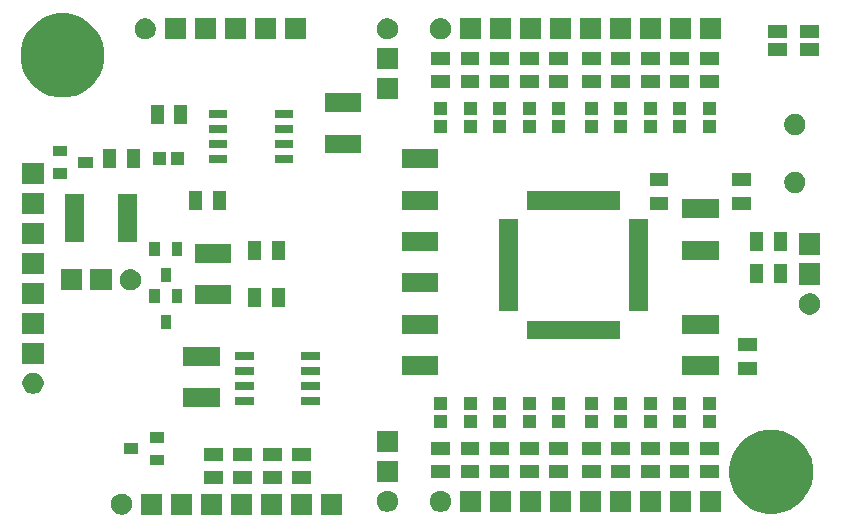
<source format=gbr>
G04 #@! TF.GenerationSoftware,KiCad,Pcbnew,(5.0.0-3-g5ebb6b6)*
G04 #@! TF.CreationDate,2019-02-10T22:36:41+03:00*
G04 #@! TF.ProjectId,mac,6D61632E6B696361645F706362000000,rev?*
G04 #@! TF.SameCoordinates,Original*
G04 #@! TF.FileFunction,Soldermask,Top*
G04 #@! TF.FilePolarity,Negative*
%FSLAX46Y46*%
G04 Gerber Fmt 4.6, Leading zero omitted, Abs format (unit mm)*
G04 Created by KiCad (PCBNEW (5.0.0-3-g5ebb6b6)) date *
%MOMM*%
%LPD*%
G01*
G04 APERTURE LIST*
%ADD10C,0.100000*%
G04 APERTURE END LIST*
D10*
G36*
X106180000Y-101150000D02*
X104380000Y-101150000D01*
X104380000Y-99350000D01*
X106180000Y-99350000D01*
X106180000Y-101150000D01*
X106180000Y-101150000D01*
G37*
G36*
X103640000Y-101150000D02*
X101840000Y-101150000D01*
X101840000Y-99350000D01*
X103640000Y-99350000D01*
X103640000Y-101150000D01*
X103640000Y-101150000D01*
G37*
G36*
X101100000Y-101150000D02*
X99300000Y-101150000D01*
X99300000Y-99350000D01*
X101100000Y-99350000D01*
X101100000Y-101150000D01*
X101100000Y-101150000D01*
G37*
G36*
X98560000Y-101150000D02*
X96760000Y-101150000D01*
X96760000Y-99350000D01*
X98560000Y-99350000D01*
X98560000Y-101150000D01*
X98560000Y-101150000D01*
G37*
G36*
X96020000Y-101150000D02*
X94220000Y-101150000D01*
X94220000Y-99350000D01*
X96020000Y-99350000D01*
X96020000Y-101150000D01*
X96020000Y-101150000D01*
G37*
G36*
X93480000Y-101150000D02*
X91680000Y-101150000D01*
X91680000Y-99350000D01*
X93480000Y-99350000D01*
X93480000Y-101150000D01*
X93480000Y-101150000D01*
G37*
G36*
X90940000Y-101150000D02*
X89140000Y-101150000D01*
X89140000Y-99350000D01*
X90940000Y-99350000D01*
X90940000Y-101150000D01*
X90940000Y-101150000D01*
G37*
G36*
X87762520Y-99384586D02*
X87762522Y-99384587D01*
X87762523Y-99384587D01*
X87926310Y-99452430D01*
X88073717Y-99550924D01*
X88199076Y-99676283D01*
X88297570Y-99823690D01*
X88365414Y-99987480D01*
X88385536Y-100088642D01*
X88400000Y-100161360D01*
X88400000Y-100338640D01*
X88365413Y-100512523D01*
X88310138Y-100645969D01*
X88297570Y-100676310D01*
X88199076Y-100823717D01*
X88073717Y-100949076D01*
X87926310Y-101047570D01*
X87762523Y-101115413D01*
X87762522Y-101115413D01*
X87762520Y-101115414D01*
X87588642Y-101150000D01*
X87411358Y-101150000D01*
X87237480Y-101115414D01*
X87237478Y-101115413D01*
X87237477Y-101115413D01*
X87073690Y-101047570D01*
X86926283Y-100949076D01*
X86800924Y-100823717D01*
X86702430Y-100676310D01*
X86689862Y-100645969D01*
X86634587Y-100512523D01*
X86600000Y-100338640D01*
X86600000Y-100161360D01*
X86614464Y-100088642D01*
X86634586Y-99987480D01*
X86702430Y-99823690D01*
X86800924Y-99676283D01*
X86926283Y-99550924D01*
X87073690Y-99452430D01*
X87237477Y-99384587D01*
X87237478Y-99384587D01*
X87237480Y-99384586D01*
X87411358Y-99350000D01*
X87588642Y-99350000D01*
X87762520Y-99384586D01*
X87762520Y-99384586D01*
G37*
G36*
X143535497Y-94086424D02*
X143535499Y-94086425D01*
X143535500Y-94086425D01*
X143688983Y-94150000D01*
X144181556Y-94354031D01*
X144762993Y-94742535D01*
X145257465Y-95237007D01*
X145645969Y-95818444D01*
X145913576Y-96464503D01*
X146050000Y-97150356D01*
X146050000Y-97849644D01*
X145913576Y-98535497D01*
X145645969Y-99181556D01*
X145399166Y-99550923D01*
X145257466Y-99762992D01*
X144762992Y-100257466D01*
X144641506Y-100338640D01*
X144181556Y-100645969D01*
X144053342Y-100699077D01*
X143535500Y-100913575D01*
X143535499Y-100913575D01*
X143535497Y-100913576D01*
X142849644Y-101050000D01*
X142150356Y-101050000D01*
X141464503Y-100913576D01*
X141464501Y-100913575D01*
X141464500Y-100913575D01*
X140946658Y-100699077D01*
X140818444Y-100645969D01*
X140358494Y-100338640D01*
X140237008Y-100257466D01*
X139742534Y-99762992D01*
X139600834Y-99550923D01*
X139354031Y-99181556D01*
X139086424Y-98535497D01*
X138950000Y-97849644D01*
X138950000Y-97150356D01*
X139086424Y-96464503D01*
X139354031Y-95818444D01*
X139742535Y-95237007D01*
X140237007Y-94742535D01*
X140818444Y-94354031D01*
X141311017Y-94150000D01*
X141464500Y-94086425D01*
X141464501Y-94086425D01*
X141464503Y-94086424D01*
X142150356Y-93950000D01*
X142849644Y-93950000D01*
X143535497Y-94086424D01*
X143535497Y-94086424D01*
G37*
G36*
X114762520Y-99134586D02*
X114762522Y-99134587D01*
X114762523Y-99134587D01*
X114875913Y-99181555D01*
X114926310Y-99202430D01*
X115073717Y-99300924D01*
X115199076Y-99426283D01*
X115199077Y-99426285D01*
X115297570Y-99573690D01*
X115340066Y-99676283D01*
X115365414Y-99737480D01*
X115400000Y-99911358D01*
X115400000Y-100088642D01*
X115365414Y-100262520D01*
X115297570Y-100426310D01*
X115199076Y-100573717D01*
X115073717Y-100699076D01*
X114926310Y-100797570D01*
X114762523Y-100865413D01*
X114762522Y-100865413D01*
X114762520Y-100865414D01*
X114588642Y-100900000D01*
X114411358Y-100900000D01*
X114237480Y-100865414D01*
X114237478Y-100865413D01*
X114237477Y-100865413D01*
X114073690Y-100797570D01*
X113926283Y-100699076D01*
X113800924Y-100573717D01*
X113702430Y-100426310D01*
X113634586Y-100262520D01*
X113600000Y-100088642D01*
X113600000Y-99911358D01*
X113634586Y-99737480D01*
X113659935Y-99676283D01*
X113702430Y-99573690D01*
X113800923Y-99426285D01*
X113800924Y-99426283D01*
X113926283Y-99300924D01*
X114073690Y-99202430D01*
X114124087Y-99181555D01*
X114237477Y-99134587D01*
X114237478Y-99134587D01*
X114237480Y-99134586D01*
X114411358Y-99100000D01*
X114588642Y-99100000D01*
X114762520Y-99134586D01*
X114762520Y-99134586D01*
G37*
G36*
X110262520Y-99134586D02*
X110262522Y-99134587D01*
X110262523Y-99134587D01*
X110375913Y-99181555D01*
X110426310Y-99202430D01*
X110573717Y-99300924D01*
X110699076Y-99426283D01*
X110699077Y-99426285D01*
X110797570Y-99573690D01*
X110840066Y-99676283D01*
X110865414Y-99737480D01*
X110900000Y-99911358D01*
X110900000Y-100088642D01*
X110865414Y-100262520D01*
X110797570Y-100426310D01*
X110699076Y-100573717D01*
X110573717Y-100699076D01*
X110426310Y-100797570D01*
X110262523Y-100865413D01*
X110262522Y-100865413D01*
X110262520Y-100865414D01*
X110088642Y-100900000D01*
X109911358Y-100900000D01*
X109737480Y-100865414D01*
X109737478Y-100865413D01*
X109737477Y-100865413D01*
X109573690Y-100797570D01*
X109426283Y-100699076D01*
X109300924Y-100573717D01*
X109202430Y-100426310D01*
X109134586Y-100262520D01*
X109100000Y-100088642D01*
X109100000Y-99911358D01*
X109134586Y-99737480D01*
X109159935Y-99676283D01*
X109202430Y-99573690D01*
X109300923Y-99426285D01*
X109300924Y-99426283D01*
X109426283Y-99300924D01*
X109573690Y-99202430D01*
X109624087Y-99181555D01*
X109737477Y-99134587D01*
X109737478Y-99134587D01*
X109737480Y-99134586D01*
X109911358Y-99100000D01*
X110088642Y-99100000D01*
X110262520Y-99134586D01*
X110262520Y-99134586D01*
G37*
G36*
X120480000Y-100900000D02*
X118680000Y-100900000D01*
X118680000Y-99100000D01*
X120480000Y-99100000D01*
X120480000Y-100900000D01*
X120480000Y-100900000D01*
G37*
G36*
X123020000Y-100900000D02*
X121220000Y-100900000D01*
X121220000Y-99100000D01*
X123020000Y-99100000D01*
X123020000Y-100900000D01*
X123020000Y-100900000D01*
G37*
G36*
X138260000Y-100900000D02*
X136460000Y-100900000D01*
X136460000Y-99100000D01*
X138260000Y-99100000D01*
X138260000Y-100900000D01*
X138260000Y-100900000D01*
G37*
G36*
X135720000Y-100900000D02*
X133920000Y-100900000D01*
X133920000Y-99100000D01*
X135720000Y-99100000D01*
X135720000Y-100900000D01*
X135720000Y-100900000D01*
G37*
G36*
X133180000Y-100900000D02*
X131380000Y-100900000D01*
X131380000Y-99100000D01*
X133180000Y-99100000D01*
X133180000Y-100900000D01*
X133180000Y-100900000D01*
G37*
G36*
X130640000Y-100900000D02*
X128840000Y-100900000D01*
X128840000Y-99100000D01*
X130640000Y-99100000D01*
X130640000Y-100900000D01*
X130640000Y-100900000D01*
G37*
G36*
X128100000Y-100900000D02*
X126300000Y-100900000D01*
X126300000Y-99100000D01*
X128100000Y-99100000D01*
X128100000Y-100900000D01*
X128100000Y-100900000D01*
G37*
G36*
X125560000Y-100900000D02*
X123760000Y-100900000D01*
X123760000Y-99100000D01*
X125560000Y-99100000D01*
X125560000Y-100900000D01*
X125560000Y-100900000D01*
G37*
G36*
X117940000Y-100900000D02*
X116140000Y-100900000D01*
X116140000Y-99100000D01*
X117940000Y-99100000D01*
X117940000Y-100900000D01*
X117940000Y-100900000D01*
G37*
G36*
X103550000Y-98550000D02*
X101950000Y-98550000D01*
X101950000Y-97450000D01*
X103550000Y-97450000D01*
X103550000Y-98550000D01*
X103550000Y-98550000D01*
G37*
G36*
X101050000Y-98550000D02*
X99450000Y-98550000D01*
X99450000Y-97450000D01*
X101050000Y-97450000D01*
X101050000Y-98550000D01*
X101050000Y-98550000D01*
G37*
G36*
X96050000Y-98550000D02*
X94450000Y-98550000D01*
X94450000Y-97450000D01*
X96050000Y-97450000D01*
X96050000Y-98550000D01*
X96050000Y-98550000D01*
G37*
G36*
X98550000Y-98550000D02*
X96950000Y-98550000D01*
X96950000Y-97450000D01*
X98550000Y-97450000D01*
X98550000Y-98550000D01*
X98550000Y-98550000D01*
G37*
G36*
X110900000Y-98360000D02*
X109100000Y-98360000D01*
X109100000Y-96560000D01*
X110900000Y-96560000D01*
X110900000Y-98360000D01*
X110900000Y-98360000D01*
G37*
G36*
X133050000Y-98050000D02*
X131450000Y-98050000D01*
X131450000Y-96950000D01*
X133050000Y-96950000D01*
X133050000Y-98050000D01*
X133050000Y-98050000D01*
G37*
G36*
X135550000Y-98050000D02*
X133950000Y-98050000D01*
X133950000Y-96950000D01*
X135550000Y-96950000D01*
X135550000Y-98050000D01*
X135550000Y-98050000D01*
G37*
G36*
X138050000Y-98050000D02*
X136450000Y-98050000D01*
X136450000Y-96950000D01*
X138050000Y-96950000D01*
X138050000Y-98050000D01*
X138050000Y-98050000D01*
G37*
G36*
X130550000Y-98050000D02*
X128950000Y-98050000D01*
X128950000Y-96950000D01*
X130550000Y-96950000D01*
X130550000Y-98050000D01*
X130550000Y-98050000D01*
G37*
G36*
X128050000Y-98050000D02*
X126450000Y-98050000D01*
X126450000Y-96950000D01*
X128050000Y-96950000D01*
X128050000Y-98050000D01*
X128050000Y-98050000D01*
G37*
G36*
X125300000Y-98050000D02*
X123700000Y-98050000D01*
X123700000Y-96950000D01*
X125300000Y-96950000D01*
X125300000Y-98050000D01*
X125300000Y-98050000D01*
G37*
G36*
X122800000Y-98050000D02*
X121200000Y-98050000D01*
X121200000Y-96950000D01*
X122800000Y-96950000D01*
X122800000Y-98050000D01*
X122800000Y-98050000D01*
G37*
G36*
X115300000Y-98050000D02*
X113700000Y-98050000D01*
X113700000Y-96950000D01*
X115300000Y-96950000D01*
X115300000Y-98050000D01*
X115300000Y-98050000D01*
G37*
G36*
X120300000Y-98050000D02*
X118700000Y-98050000D01*
X118700000Y-96950000D01*
X120300000Y-96950000D01*
X120300000Y-98050000D01*
X120300000Y-98050000D01*
G37*
G36*
X117800000Y-98049998D02*
X116200000Y-98049998D01*
X116200000Y-96949998D01*
X117800000Y-96949998D01*
X117800000Y-98049998D01*
X117800000Y-98049998D01*
G37*
G36*
X91100000Y-96950000D02*
X89900000Y-96950000D01*
X89900000Y-96050000D01*
X91100000Y-96050000D01*
X91100000Y-96950000D01*
X91100000Y-96950000D01*
G37*
G36*
X98550000Y-96550000D02*
X96950000Y-96550000D01*
X96950000Y-95450000D01*
X98550000Y-95450000D01*
X98550000Y-96550000D01*
X98550000Y-96550000D01*
G37*
G36*
X96050000Y-96550000D02*
X94450000Y-96550000D01*
X94450000Y-95450000D01*
X96050000Y-95450000D01*
X96050000Y-96550000D01*
X96050000Y-96550000D01*
G37*
G36*
X101050000Y-96550000D02*
X99450000Y-96550000D01*
X99450000Y-95450000D01*
X101050000Y-95450000D01*
X101050000Y-96550000D01*
X101050000Y-96550000D01*
G37*
G36*
X103550000Y-96550000D02*
X101950000Y-96550000D01*
X101950000Y-95450000D01*
X103550000Y-95450000D01*
X103550000Y-96550000D01*
X103550000Y-96550000D01*
G37*
G36*
X138050000Y-96050000D02*
X136450000Y-96050000D01*
X136450000Y-94950000D01*
X138050000Y-94950000D01*
X138050000Y-96050000D01*
X138050000Y-96050000D01*
G37*
G36*
X115300000Y-96050000D02*
X113700000Y-96050000D01*
X113700000Y-94950000D01*
X115300000Y-94950000D01*
X115300000Y-96050000D01*
X115300000Y-96050000D01*
G37*
G36*
X135550000Y-96050000D02*
X133950000Y-96050000D01*
X133950000Y-94950000D01*
X135550000Y-94950000D01*
X135550000Y-96050000D01*
X135550000Y-96050000D01*
G37*
G36*
X133050000Y-96050000D02*
X131450000Y-96050000D01*
X131450000Y-94950000D01*
X133050000Y-94950000D01*
X133050000Y-96050000D01*
X133050000Y-96050000D01*
G37*
G36*
X130550000Y-96050000D02*
X128950000Y-96050000D01*
X128950000Y-94950000D01*
X130550000Y-94950000D01*
X130550000Y-96050000D01*
X130550000Y-96050000D01*
G37*
G36*
X128050000Y-96050000D02*
X126450000Y-96050000D01*
X126450000Y-94950000D01*
X128050000Y-94950000D01*
X128050000Y-96050000D01*
X128050000Y-96050000D01*
G37*
G36*
X120300000Y-96050000D02*
X118700000Y-96050000D01*
X118700000Y-94950000D01*
X120300000Y-94950000D01*
X120300000Y-96050000D01*
X120300000Y-96050000D01*
G37*
G36*
X125300000Y-96050000D02*
X123700000Y-96050000D01*
X123700000Y-94950000D01*
X125300000Y-94950000D01*
X125300000Y-96050000D01*
X125300000Y-96050000D01*
G37*
G36*
X122800000Y-96050000D02*
X121200000Y-96050000D01*
X121200000Y-94950000D01*
X122800000Y-94950000D01*
X122800000Y-96050000D01*
X122800000Y-96050000D01*
G37*
G36*
X117800000Y-96049998D02*
X116200000Y-96049998D01*
X116200000Y-94949998D01*
X117800000Y-94949998D01*
X117800000Y-96049998D01*
X117800000Y-96049998D01*
G37*
G36*
X88900000Y-96000000D02*
X87700000Y-96000000D01*
X87700000Y-95100000D01*
X88900000Y-95100000D01*
X88900000Y-96000000D01*
X88900000Y-96000000D01*
G37*
G36*
X110900000Y-95820000D02*
X109100000Y-95820000D01*
X109100000Y-94020000D01*
X110900000Y-94020000D01*
X110900000Y-95820000D01*
X110900000Y-95820000D01*
G37*
G36*
X91100000Y-95050000D02*
X89900000Y-95050000D01*
X89900000Y-94150000D01*
X91100000Y-94150000D01*
X91100000Y-95050000D01*
X91100000Y-95050000D01*
G37*
G36*
X117550000Y-93800000D02*
X116450000Y-93800000D01*
X116450000Y-92700000D01*
X117550000Y-92700000D01*
X117550000Y-93800000D01*
X117550000Y-93800000D01*
G37*
G36*
X115050000Y-93800000D02*
X113950000Y-93800000D01*
X113950000Y-92700000D01*
X115050000Y-92700000D01*
X115050000Y-93800000D01*
X115050000Y-93800000D01*
G37*
G36*
X122550000Y-93800000D02*
X121450000Y-93800000D01*
X121450000Y-92700000D01*
X122550000Y-92700000D01*
X122550000Y-93800000D01*
X122550000Y-93800000D01*
G37*
G36*
X137800000Y-93800000D02*
X136700000Y-93800000D01*
X136700000Y-92700000D01*
X137800000Y-92700000D01*
X137800000Y-93800000D01*
X137800000Y-93800000D01*
G37*
G36*
X135300000Y-93800000D02*
X134200000Y-93800000D01*
X134200000Y-92700000D01*
X135300000Y-92700000D01*
X135300000Y-93800000D01*
X135300000Y-93800000D01*
G37*
G36*
X132800000Y-93800000D02*
X131700000Y-93800000D01*
X131700000Y-92700000D01*
X132800000Y-92700000D01*
X132800000Y-93800000D01*
X132800000Y-93800000D01*
G37*
G36*
X130300000Y-93800000D02*
X129200000Y-93800000D01*
X129200000Y-92700000D01*
X130300000Y-92700000D01*
X130300000Y-93800000D01*
X130300000Y-93800000D01*
G37*
G36*
X127800000Y-93800000D02*
X126700000Y-93800000D01*
X126700000Y-92700000D01*
X127800000Y-92700000D01*
X127800000Y-93800000D01*
X127800000Y-93800000D01*
G37*
G36*
X120050000Y-93800000D02*
X118950000Y-93800000D01*
X118950000Y-92700000D01*
X120050000Y-92700000D01*
X120050000Y-93800000D01*
X120050000Y-93800000D01*
G37*
G36*
X125050000Y-93800000D02*
X123950000Y-93800000D01*
X123950000Y-92700000D01*
X125050000Y-92700000D01*
X125050000Y-93800000D01*
X125050000Y-93800000D01*
G37*
G36*
X117550000Y-92300000D02*
X116450000Y-92300000D01*
X116450000Y-91200000D01*
X117550000Y-91200000D01*
X117550000Y-92300000D01*
X117550000Y-92300000D01*
G37*
G36*
X122550000Y-92300000D02*
X121450000Y-92300000D01*
X121450000Y-91200000D01*
X122550000Y-91200000D01*
X122550000Y-92300000D01*
X122550000Y-92300000D01*
G37*
G36*
X125050000Y-92300000D02*
X123950000Y-92300000D01*
X123950000Y-91200000D01*
X125050000Y-91200000D01*
X125050000Y-92300000D01*
X125050000Y-92300000D01*
G37*
G36*
X137800000Y-92300000D02*
X136700000Y-92300000D01*
X136700000Y-91200000D01*
X137800000Y-91200000D01*
X137800000Y-92300000D01*
X137800000Y-92300000D01*
G37*
G36*
X135300000Y-92300000D02*
X134200000Y-92300000D01*
X134200000Y-91200000D01*
X135300000Y-91200000D01*
X135300000Y-92300000D01*
X135300000Y-92300000D01*
G37*
G36*
X132800000Y-92300000D02*
X131700000Y-92300000D01*
X131700000Y-91200000D01*
X132800000Y-91200000D01*
X132800000Y-92300000D01*
X132800000Y-92300000D01*
G37*
G36*
X130300000Y-92300000D02*
X129200000Y-92300000D01*
X129200000Y-91200000D01*
X130300000Y-91200000D01*
X130300000Y-92300000D01*
X130300000Y-92300000D01*
G37*
G36*
X127800000Y-92300000D02*
X126700000Y-92300000D01*
X126700000Y-91200000D01*
X127800000Y-91200000D01*
X127800000Y-92300000D01*
X127800000Y-92300000D01*
G37*
G36*
X120050000Y-92300000D02*
X118950000Y-92300000D01*
X118950000Y-91200000D01*
X120050000Y-91200000D01*
X120050000Y-92300000D01*
X120050000Y-92300000D01*
G37*
G36*
X115050000Y-92300000D02*
X113950000Y-92300000D01*
X113950000Y-91200000D01*
X115050000Y-91200000D01*
X115050000Y-92300000D01*
X115050000Y-92300000D01*
G37*
G36*
X95800000Y-92050000D02*
X92700000Y-92050000D01*
X92700000Y-90450000D01*
X95800000Y-90450000D01*
X95800000Y-92050000D01*
X95800000Y-92050000D01*
G37*
G36*
X98698600Y-91854800D02*
X97125400Y-91854800D01*
X97125400Y-91145200D01*
X98698600Y-91145200D01*
X98698600Y-91854800D01*
X98698600Y-91854800D01*
G37*
G36*
X104286600Y-91854800D02*
X102713400Y-91854800D01*
X102713400Y-91145200D01*
X104286600Y-91145200D01*
X104286600Y-91854800D01*
X104286600Y-91854800D01*
G37*
G36*
X80262520Y-89134586D02*
X80262522Y-89134587D01*
X80262523Y-89134587D01*
X80426310Y-89202430D01*
X80573717Y-89300924D01*
X80699076Y-89426283D01*
X80797570Y-89573690D01*
X80865414Y-89737480D01*
X80900000Y-89911358D01*
X80900000Y-90088642D01*
X80865414Y-90262520D01*
X80797570Y-90426310D01*
X80699076Y-90573717D01*
X80573717Y-90699076D01*
X80426310Y-90797570D01*
X80262523Y-90865413D01*
X80262522Y-90865413D01*
X80262520Y-90865414D01*
X80088642Y-90900000D01*
X79911358Y-90900000D01*
X79737480Y-90865414D01*
X79737478Y-90865413D01*
X79737477Y-90865413D01*
X79573690Y-90797570D01*
X79426283Y-90699076D01*
X79300924Y-90573717D01*
X79202430Y-90426310D01*
X79134586Y-90262520D01*
X79100000Y-90088642D01*
X79100000Y-89911358D01*
X79134586Y-89737480D01*
X79202430Y-89573690D01*
X79300924Y-89426283D01*
X79426283Y-89300924D01*
X79573690Y-89202430D01*
X79737477Y-89134587D01*
X79737478Y-89134587D01*
X79737480Y-89134586D01*
X79911358Y-89100000D01*
X80088642Y-89100000D01*
X80262520Y-89134586D01*
X80262520Y-89134586D01*
G37*
G36*
X104286600Y-90584800D02*
X102713400Y-90584800D01*
X102713400Y-89875200D01*
X104286600Y-89875200D01*
X104286600Y-90584800D01*
X104286600Y-90584800D01*
G37*
G36*
X98698600Y-90584800D02*
X97125400Y-90584800D01*
X97125400Y-89875200D01*
X98698600Y-89875200D01*
X98698600Y-90584800D01*
X98698600Y-90584800D01*
G37*
G36*
X98698600Y-89314800D02*
X97125400Y-89314800D01*
X97125400Y-88605200D01*
X98698600Y-88605200D01*
X98698600Y-89314800D01*
X98698600Y-89314800D01*
G37*
G36*
X104286600Y-89314800D02*
X102713400Y-89314800D01*
X102713400Y-88605200D01*
X104286600Y-88605200D01*
X104286600Y-89314800D01*
X104286600Y-89314800D01*
G37*
G36*
X138050000Y-89300000D02*
X134950000Y-89300000D01*
X134950000Y-87700000D01*
X138050000Y-87700000D01*
X138050000Y-89300000D01*
X138050000Y-89300000D01*
G37*
G36*
X141300000Y-89300000D02*
X139700000Y-89300000D01*
X139700000Y-88200000D01*
X141300000Y-88200000D01*
X141300000Y-89300000D01*
X141300000Y-89300000D01*
G37*
G36*
X114300000Y-89300000D02*
X111200000Y-89300000D01*
X111200000Y-87700000D01*
X114300000Y-87700000D01*
X114300000Y-89300000D01*
X114300000Y-89300000D01*
G37*
G36*
X95800000Y-88550000D02*
X92700000Y-88550000D01*
X92700000Y-86950000D01*
X95800000Y-86950000D01*
X95800000Y-88550000D01*
X95800000Y-88550000D01*
G37*
G36*
X80900000Y-88360000D02*
X79100000Y-88360000D01*
X79100000Y-86560000D01*
X80900000Y-86560000D01*
X80900000Y-88360000D01*
X80900000Y-88360000D01*
G37*
G36*
X104286600Y-88044800D02*
X102713400Y-88044800D01*
X102713400Y-87335200D01*
X104286600Y-87335200D01*
X104286600Y-88044800D01*
X104286600Y-88044800D01*
G37*
G36*
X98698600Y-88044800D02*
X97125400Y-88044800D01*
X97125400Y-87335200D01*
X98698600Y-87335200D01*
X98698600Y-88044800D01*
X98698600Y-88044800D01*
G37*
G36*
X141300000Y-87300000D02*
X139700000Y-87300000D01*
X139700000Y-86200000D01*
X141300000Y-86200000D01*
X141300000Y-87300000D01*
X141300000Y-87300000D01*
G37*
G36*
X129675000Y-86300000D02*
X121825000Y-86300000D01*
X121825000Y-84700000D01*
X129675000Y-84700000D01*
X129675000Y-86300000D01*
X129675000Y-86300000D01*
G37*
G36*
X80900000Y-85820000D02*
X79100000Y-85820000D01*
X79100000Y-84020000D01*
X80900000Y-84020000D01*
X80900000Y-85820000D01*
X80900000Y-85820000D01*
G37*
G36*
X114300000Y-85800000D02*
X111200000Y-85800000D01*
X111200000Y-84200000D01*
X114300000Y-84200000D01*
X114300000Y-85800000D01*
X114300000Y-85800000D01*
G37*
G36*
X138050000Y-85800000D02*
X134950000Y-85800000D01*
X134950000Y-84200000D01*
X138050000Y-84200000D01*
X138050000Y-85800000D01*
X138050000Y-85800000D01*
G37*
G36*
X91700000Y-85450000D02*
X90800000Y-85450000D01*
X90800000Y-84250000D01*
X91700000Y-84250000D01*
X91700000Y-85450000D01*
X91700000Y-85450000D01*
G37*
G36*
X146012520Y-82424586D02*
X146012522Y-82424587D01*
X146012523Y-82424587D01*
X146176310Y-82492430D01*
X146323717Y-82590924D01*
X146449076Y-82716283D01*
X146449077Y-82716285D01*
X146547570Y-82863690D01*
X146615413Y-83027477D01*
X146650000Y-83201360D01*
X146650000Y-83378640D01*
X146615413Y-83552523D01*
X146547570Y-83716310D01*
X146449076Y-83863717D01*
X146323717Y-83989076D01*
X146277436Y-84020000D01*
X146176310Y-84087570D01*
X146012523Y-84155413D01*
X146012522Y-84155413D01*
X146012520Y-84155414D01*
X145838642Y-84190000D01*
X145661358Y-84190000D01*
X145487480Y-84155414D01*
X145487478Y-84155413D01*
X145487477Y-84155413D01*
X145323690Y-84087570D01*
X145222564Y-84020000D01*
X145176283Y-83989076D01*
X145050924Y-83863717D01*
X144952430Y-83716310D01*
X144884587Y-83552523D01*
X144850000Y-83378640D01*
X144850000Y-83201360D01*
X144884587Y-83027477D01*
X144952430Y-82863690D01*
X145050923Y-82716285D01*
X145050924Y-82716283D01*
X145176283Y-82590924D01*
X145323690Y-82492430D01*
X145487477Y-82424587D01*
X145487478Y-82424587D01*
X145487480Y-82424586D01*
X145661358Y-82390000D01*
X145838642Y-82390000D01*
X146012520Y-82424586D01*
X146012520Y-82424586D01*
G37*
G36*
X132050000Y-83925000D02*
X130450000Y-83925000D01*
X130450000Y-76075000D01*
X132050000Y-76075000D01*
X132050000Y-83925000D01*
X132050000Y-83925000D01*
G37*
G36*
X121050000Y-83925000D02*
X119450000Y-83925000D01*
X119450000Y-76075000D01*
X121050000Y-76075000D01*
X121050000Y-83925000D01*
X121050000Y-83925000D01*
G37*
G36*
X101300000Y-83550000D02*
X100200000Y-83550000D01*
X100200000Y-81950000D01*
X101300000Y-81950000D01*
X101300000Y-83550000D01*
X101300000Y-83550000D01*
G37*
G36*
X99300000Y-83550000D02*
X98200000Y-83550000D01*
X98200000Y-81950000D01*
X99300000Y-81950000D01*
X99300000Y-83550000D01*
X99300000Y-83550000D01*
G37*
G36*
X96800000Y-83300000D02*
X93700000Y-83300000D01*
X93700000Y-81700000D01*
X96800000Y-81700000D01*
X96800000Y-83300000D01*
X96800000Y-83300000D01*
G37*
G36*
X80900000Y-83280000D02*
X79100000Y-83280000D01*
X79100000Y-81480000D01*
X80900000Y-81480000D01*
X80900000Y-83280000D01*
X80900000Y-83280000D01*
G37*
G36*
X92650000Y-83250000D02*
X91750000Y-83250000D01*
X91750000Y-82050000D01*
X92650000Y-82050000D01*
X92650000Y-83250000D01*
X92650000Y-83250000D01*
G37*
G36*
X90750000Y-83250000D02*
X89850000Y-83250000D01*
X89850000Y-82050000D01*
X90750000Y-82050000D01*
X90750000Y-83250000D01*
X90750000Y-83250000D01*
G37*
G36*
X114300000Y-82300000D02*
X111200000Y-82300000D01*
X111200000Y-80700000D01*
X114300000Y-80700000D01*
X114300000Y-82300000D01*
X114300000Y-82300000D01*
G37*
G36*
X88512520Y-80384586D02*
X88512522Y-80384587D01*
X88512523Y-80384587D01*
X88610088Y-80425000D01*
X88676310Y-80452430D01*
X88823717Y-80550924D01*
X88949076Y-80676283D01*
X89047570Y-80823690D01*
X89115414Y-80987480D01*
X89150000Y-81161358D01*
X89150000Y-81338642D01*
X89115414Y-81512520D01*
X89047570Y-81676310D01*
X88949076Y-81823717D01*
X88823717Y-81949076D01*
X88822334Y-81950000D01*
X88676310Y-82047570D01*
X88512523Y-82115413D01*
X88512522Y-82115413D01*
X88512520Y-82115414D01*
X88338642Y-82150000D01*
X88161358Y-82150000D01*
X87987480Y-82115414D01*
X87987478Y-82115413D01*
X87987477Y-82115413D01*
X87823690Y-82047570D01*
X87677666Y-81950000D01*
X87676283Y-81949076D01*
X87550924Y-81823717D01*
X87452430Y-81676310D01*
X87384586Y-81512520D01*
X87350000Y-81338642D01*
X87350000Y-81161358D01*
X87384586Y-80987480D01*
X87452430Y-80823690D01*
X87550924Y-80676283D01*
X87676283Y-80550924D01*
X87823690Y-80452430D01*
X87889912Y-80425000D01*
X87987477Y-80384587D01*
X87987478Y-80384587D01*
X87987480Y-80384586D01*
X88161358Y-80350000D01*
X88338642Y-80350000D01*
X88512520Y-80384586D01*
X88512520Y-80384586D01*
G37*
G36*
X86650000Y-82150000D02*
X84850000Y-82150000D01*
X84850000Y-80350000D01*
X86650000Y-80350000D01*
X86650000Y-82150000D01*
X86650000Y-82150000D01*
G37*
G36*
X84150000Y-82150000D02*
X82350000Y-82150000D01*
X82350000Y-80350000D01*
X84150000Y-80350000D01*
X84150000Y-82150000D01*
X84150000Y-82150000D01*
G37*
G36*
X146650000Y-81650000D02*
X144850000Y-81650000D01*
X144850000Y-79850000D01*
X146650000Y-79850000D01*
X146650000Y-81650000D01*
X146650000Y-81650000D01*
G37*
G36*
X143800000Y-81550000D02*
X142700000Y-81550000D01*
X142700000Y-79950000D01*
X143800000Y-79950000D01*
X143800000Y-81550000D01*
X143800000Y-81550000D01*
G37*
G36*
X141800000Y-81550000D02*
X140700000Y-81550000D01*
X140700000Y-79950000D01*
X141800000Y-79950000D01*
X141800000Y-81550000D01*
X141800000Y-81550000D01*
G37*
G36*
X91700000Y-81450000D02*
X90800000Y-81450000D01*
X90800000Y-80250000D01*
X91700000Y-80250000D01*
X91700000Y-81450000D01*
X91700000Y-81450000D01*
G37*
G36*
X80900000Y-80740000D02*
X79100000Y-80740000D01*
X79100000Y-78940000D01*
X80900000Y-78940000D01*
X80900000Y-80740000D01*
X80900000Y-80740000D01*
G37*
G36*
X96800000Y-79800000D02*
X93700000Y-79800000D01*
X93700000Y-78200000D01*
X96800000Y-78200000D01*
X96800000Y-79800000D01*
X96800000Y-79800000D01*
G37*
G36*
X101300000Y-79550000D02*
X100200000Y-79550000D01*
X100200000Y-77950000D01*
X101300000Y-77950000D01*
X101300000Y-79550000D01*
X101300000Y-79550000D01*
G37*
G36*
X99300000Y-79550000D02*
X98200000Y-79550000D01*
X98200000Y-77950000D01*
X99300000Y-77950000D01*
X99300000Y-79550000D01*
X99300000Y-79550000D01*
G37*
G36*
X138050000Y-79550000D02*
X134950000Y-79550000D01*
X134950000Y-77950000D01*
X138050000Y-77950000D01*
X138050000Y-79550000D01*
X138050000Y-79550000D01*
G37*
G36*
X92650000Y-79250000D02*
X91750000Y-79250000D01*
X91750000Y-78050000D01*
X92650000Y-78050000D01*
X92650000Y-79250000D01*
X92650000Y-79250000D01*
G37*
G36*
X90750000Y-79250000D02*
X89850000Y-79250000D01*
X89850000Y-78050000D01*
X90750000Y-78050000D01*
X90750000Y-79250000D01*
X90750000Y-79250000D01*
G37*
G36*
X146650000Y-79110000D02*
X144850000Y-79110000D01*
X144850000Y-77310000D01*
X146650000Y-77310000D01*
X146650000Y-79110000D01*
X146650000Y-79110000D01*
G37*
G36*
X141800000Y-78800000D02*
X140700000Y-78800000D01*
X140700000Y-77200000D01*
X141800000Y-77200000D01*
X141800000Y-78800000D01*
X141800000Y-78800000D01*
G37*
G36*
X143800000Y-78800000D02*
X142700000Y-78800000D01*
X142700000Y-77200000D01*
X143800000Y-77200000D01*
X143800000Y-78800000D01*
X143800000Y-78800000D01*
G37*
G36*
X114300000Y-78800000D02*
X111200000Y-78800000D01*
X111200000Y-77200000D01*
X114300000Y-77200000D01*
X114300000Y-78800000D01*
X114300000Y-78800000D01*
G37*
G36*
X80900000Y-78200000D02*
X79100000Y-78200000D01*
X79100000Y-76400000D01*
X80900000Y-76400000D01*
X80900000Y-78200000D01*
X80900000Y-78200000D01*
G37*
G36*
X84300000Y-78050000D02*
X82700000Y-78050000D01*
X82700000Y-73950000D01*
X84300000Y-73950000D01*
X84300000Y-78050000D01*
X84300000Y-78050000D01*
G37*
G36*
X88800000Y-78050000D02*
X87200000Y-78050000D01*
X87200000Y-73950000D01*
X88800000Y-73950000D01*
X88800000Y-78050000D01*
X88800000Y-78050000D01*
G37*
G36*
X138050000Y-76050000D02*
X134950000Y-76050000D01*
X134950000Y-74450000D01*
X138050000Y-74450000D01*
X138050000Y-76050000D01*
X138050000Y-76050000D01*
G37*
G36*
X80900000Y-75660000D02*
X79100000Y-75660000D01*
X79100000Y-73860000D01*
X80900000Y-73860000D01*
X80900000Y-75660000D01*
X80900000Y-75660000D01*
G37*
G36*
X129675000Y-75300000D02*
X121825000Y-75300000D01*
X121825000Y-73700000D01*
X129675000Y-73700000D01*
X129675000Y-75300000D01*
X129675000Y-75300000D01*
G37*
G36*
X96300000Y-75300000D02*
X95200000Y-75300000D01*
X95200000Y-73700000D01*
X96300000Y-73700000D01*
X96300000Y-75300000D01*
X96300000Y-75300000D01*
G37*
G36*
X140800000Y-75300000D02*
X139200000Y-75300000D01*
X139200000Y-74200000D01*
X140800000Y-74200000D01*
X140800000Y-75300000D01*
X140800000Y-75300000D01*
G37*
G36*
X133800000Y-75300000D02*
X132200000Y-75300000D01*
X132200000Y-74200000D01*
X133800000Y-74200000D01*
X133800000Y-75300000D01*
X133800000Y-75300000D01*
G37*
G36*
X94300000Y-75300000D02*
X93200000Y-75300000D01*
X93200000Y-73700000D01*
X94300000Y-73700000D01*
X94300000Y-75300000D01*
X94300000Y-75300000D01*
G37*
G36*
X114300000Y-75300000D02*
X111200000Y-75300000D01*
X111200000Y-73700000D01*
X114300000Y-73700000D01*
X114300000Y-75300000D01*
X114300000Y-75300000D01*
G37*
G36*
X144762520Y-72134586D02*
X144762522Y-72134587D01*
X144762523Y-72134587D01*
X144920443Y-72200000D01*
X144926310Y-72202430D01*
X145073717Y-72300924D01*
X145199076Y-72426283D01*
X145297570Y-72573690D01*
X145365414Y-72737480D01*
X145400000Y-72911358D01*
X145400000Y-73088642D01*
X145365414Y-73262520D01*
X145297570Y-73426310D01*
X145199076Y-73573717D01*
X145073717Y-73699076D01*
X145072334Y-73700000D01*
X144926310Y-73797570D01*
X144762523Y-73865413D01*
X144762522Y-73865413D01*
X144762520Y-73865414D01*
X144588642Y-73900000D01*
X144411358Y-73900000D01*
X144237480Y-73865414D01*
X144237478Y-73865413D01*
X144237477Y-73865413D01*
X144073690Y-73797570D01*
X143927666Y-73700000D01*
X143926283Y-73699076D01*
X143800924Y-73573717D01*
X143702430Y-73426310D01*
X143634586Y-73262520D01*
X143600000Y-73088642D01*
X143600000Y-72911358D01*
X143634586Y-72737480D01*
X143702430Y-72573690D01*
X143800924Y-72426283D01*
X143926283Y-72300924D01*
X144073690Y-72202430D01*
X144079557Y-72200000D01*
X144237477Y-72134587D01*
X144237478Y-72134587D01*
X144237480Y-72134586D01*
X144411358Y-72100000D01*
X144588642Y-72100000D01*
X144762520Y-72134586D01*
X144762520Y-72134586D01*
G37*
G36*
X140800000Y-73300000D02*
X139200000Y-73300000D01*
X139200000Y-72200000D01*
X140800000Y-72200000D01*
X140800000Y-73300000D01*
X140800000Y-73300000D01*
G37*
G36*
X133800000Y-73300000D02*
X132200000Y-73300000D01*
X132200000Y-72200000D01*
X133800000Y-72200000D01*
X133800000Y-73300000D01*
X133800000Y-73300000D01*
G37*
G36*
X80900000Y-73120000D02*
X79100000Y-73120000D01*
X79100000Y-71320000D01*
X80900000Y-71320000D01*
X80900000Y-73120000D01*
X80900000Y-73120000D01*
G37*
G36*
X82850000Y-72700000D02*
X81650000Y-72700000D01*
X81650000Y-71800000D01*
X82850000Y-71800000D01*
X82850000Y-72700000D01*
X82850000Y-72700000D01*
G37*
G36*
X87050000Y-71800000D02*
X85950000Y-71800000D01*
X85950000Y-70200000D01*
X87050000Y-70200000D01*
X87050000Y-71800000D01*
X87050000Y-71800000D01*
G37*
G36*
X114300000Y-71800000D02*
X111200000Y-71800000D01*
X111200000Y-70200000D01*
X114300000Y-70200000D01*
X114300000Y-71800000D01*
X114300000Y-71800000D01*
G37*
G36*
X89050000Y-71800000D02*
X87950000Y-71800000D01*
X87950000Y-70200000D01*
X89050000Y-70200000D01*
X89050000Y-71800000D01*
X89050000Y-71800000D01*
G37*
G36*
X85050000Y-71750000D02*
X83850000Y-71750000D01*
X83850000Y-70850000D01*
X85050000Y-70850000D01*
X85050000Y-71750000D01*
X85050000Y-71750000D01*
G37*
G36*
X91300000Y-71550000D02*
X90200000Y-71550000D01*
X90200000Y-70450000D01*
X91300000Y-70450000D01*
X91300000Y-71550000D01*
X91300000Y-71550000D01*
G37*
G36*
X92800000Y-71550000D02*
X91700000Y-71550000D01*
X91700000Y-70450000D01*
X92800000Y-70450000D01*
X92800000Y-71550000D01*
X92800000Y-71550000D01*
G37*
G36*
X102036600Y-71354800D02*
X100463400Y-71354800D01*
X100463400Y-70645200D01*
X102036600Y-70645200D01*
X102036600Y-71354800D01*
X102036600Y-71354800D01*
G37*
G36*
X96448600Y-71354800D02*
X94875400Y-71354800D01*
X94875400Y-70645200D01*
X96448600Y-70645200D01*
X96448600Y-71354800D01*
X96448600Y-71354800D01*
G37*
G36*
X82850000Y-70800000D02*
X81650000Y-70800000D01*
X81650000Y-69900000D01*
X82850000Y-69900000D01*
X82850000Y-70800000D01*
X82850000Y-70800000D01*
G37*
G36*
X107800000Y-70550000D02*
X104700000Y-70550000D01*
X104700000Y-68950000D01*
X107800000Y-68950000D01*
X107800000Y-70550000D01*
X107800000Y-70550000D01*
G37*
G36*
X96448600Y-70084800D02*
X94875400Y-70084800D01*
X94875400Y-69375200D01*
X96448600Y-69375200D01*
X96448600Y-70084800D01*
X96448600Y-70084800D01*
G37*
G36*
X102036600Y-70084800D02*
X100463400Y-70084800D01*
X100463400Y-69375200D01*
X102036600Y-69375200D01*
X102036600Y-70084800D01*
X102036600Y-70084800D01*
G37*
G36*
X144762520Y-67234586D02*
X144762522Y-67234587D01*
X144762523Y-67234587D01*
X144920443Y-67300000D01*
X144926310Y-67302430D01*
X145073717Y-67400924D01*
X145199076Y-67526283D01*
X145297570Y-67673690D01*
X145365414Y-67837480D01*
X145400000Y-68011358D01*
X145400000Y-68188642D01*
X145365414Y-68362520D01*
X145297570Y-68526310D01*
X145199076Y-68673717D01*
X145073717Y-68799076D01*
X145072334Y-68800000D01*
X144926310Y-68897570D01*
X144762523Y-68965413D01*
X144762522Y-68965413D01*
X144762520Y-68965414D01*
X144588642Y-69000000D01*
X144411358Y-69000000D01*
X144237480Y-68965414D01*
X144237478Y-68965413D01*
X144237477Y-68965413D01*
X144073690Y-68897570D01*
X143927666Y-68800000D01*
X143926283Y-68799076D01*
X143800924Y-68673717D01*
X143702430Y-68526310D01*
X143634586Y-68362520D01*
X143600000Y-68188642D01*
X143600000Y-68011358D01*
X143634586Y-67837480D01*
X143702430Y-67673690D01*
X143800924Y-67526283D01*
X143926283Y-67400924D01*
X144073690Y-67302430D01*
X144079557Y-67300000D01*
X144237477Y-67234587D01*
X144237478Y-67234587D01*
X144237480Y-67234586D01*
X144411358Y-67200000D01*
X144588642Y-67200000D01*
X144762520Y-67234586D01*
X144762520Y-67234586D01*
G37*
G36*
X96448600Y-68814800D02*
X94875400Y-68814800D01*
X94875400Y-68105200D01*
X96448600Y-68105200D01*
X96448600Y-68814800D01*
X96448600Y-68814800D01*
G37*
G36*
X102036600Y-68814800D02*
X100463400Y-68814800D01*
X100463400Y-68105200D01*
X102036600Y-68105200D01*
X102036600Y-68814800D01*
X102036600Y-68814800D01*
G37*
G36*
X127800000Y-68800000D02*
X126700000Y-68800000D01*
X126700000Y-67700000D01*
X127800000Y-67700000D01*
X127800000Y-68800000D01*
X127800000Y-68800000D01*
G37*
G36*
X130300000Y-68800000D02*
X129200000Y-68800000D01*
X129200000Y-67700000D01*
X130300000Y-67700000D01*
X130300000Y-68800000D01*
X130300000Y-68800000D01*
G37*
G36*
X132800000Y-68800000D02*
X131700000Y-68800000D01*
X131700000Y-67700000D01*
X132800000Y-67700000D01*
X132800000Y-68800000D01*
X132800000Y-68800000D01*
G37*
G36*
X125050000Y-68800000D02*
X123950000Y-68800000D01*
X123950000Y-67700000D01*
X125050000Y-67700000D01*
X125050000Y-68800000D01*
X125050000Y-68800000D01*
G37*
G36*
X135300000Y-68800000D02*
X134200000Y-68800000D01*
X134200000Y-67700000D01*
X135300000Y-67700000D01*
X135300000Y-68800000D01*
X135300000Y-68800000D01*
G37*
G36*
X137800000Y-68800000D02*
X136700000Y-68800000D01*
X136700000Y-67700000D01*
X137800000Y-67700000D01*
X137800000Y-68800000D01*
X137800000Y-68800000D01*
G37*
G36*
X120050000Y-68800000D02*
X118950000Y-68800000D01*
X118950000Y-67700000D01*
X120050000Y-67700000D01*
X120050000Y-68800000D01*
X120050000Y-68800000D01*
G37*
G36*
X117550000Y-68800000D02*
X116450000Y-68800000D01*
X116450000Y-67700000D01*
X117550000Y-67700000D01*
X117550000Y-68800000D01*
X117550000Y-68800000D01*
G37*
G36*
X115050000Y-68800000D02*
X113950000Y-68800000D01*
X113950000Y-67700000D01*
X115050000Y-67700000D01*
X115050000Y-68800000D01*
X115050000Y-68800000D01*
G37*
G36*
X122550000Y-68800000D02*
X121450000Y-68800000D01*
X121450000Y-67700000D01*
X122550000Y-67700000D01*
X122550000Y-68800000D01*
X122550000Y-68800000D01*
G37*
G36*
X93050000Y-68050000D02*
X91950000Y-68050000D01*
X91950000Y-66450000D01*
X93050000Y-66450000D01*
X93050000Y-68050000D01*
X93050000Y-68050000D01*
G37*
G36*
X91050000Y-68050000D02*
X89950000Y-68050000D01*
X89950000Y-66450000D01*
X91050000Y-66450000D01*
X91050000Y-68050000D01*
X91050000Y-68050000D01*
G37*
G36*
X102036600Y-67544800D02*
X100463400Y-67544800D01*
X100463400Y-66835200D01*
X102036600Y-66835200D01*
X102036600Y-67544800D01*
X102036600Y-67544800D01*
G37*
G36*
X96448600Y-67544800D02*
X94875400Y-67544800D01*
X94875400Y-66835200D01*
X96448600Y-66835200D01*
X96448600Y-67544800D01*
X96448600Y-67544800D01*
G37*
G36*
X137800000Y-67300000D02*
X136700000Y-67300000D01*
X136700000Y-66200000D01*
X137800000Y-66200000D01*
X137800000Y-67300000D01*
X137800000Y-67300000D01*
G37*
G36*
X135300000Y-67300000D02*
X134200000Y-67300000D01*
X134200000Y-66200000D01*
X135300000Y-66200000D01*
X135300000Y-67300000D01*
X135300000Y-67300000D01*
G37*
G36*
X132800000Y-67300000D02*
X131700000Y-67300000D01*
X131700000Y-66200000D01*
X132800000Y-66200000D01*
X132800000Y-67300000D01*
X132800000Y-67300000D01*
G37*
G36*
X130300000Y-67300000D02*
X129200000Y-67300000D01*
X129200000Y-66200000D01*
X130300000Y-66200000D01*
X130300000Y-67300000D01*
X130300000Y-67300000D01*
G37*
G36*
X127800000Y-67300000D02*
X126700000Y-67300000D01*
X126700000Y-66200000D01*
X127800000Y-66200000D01*
X127800000Y-67300000D01*
X127800000Y-67300000D01*
G37*
G36*
X125050000Y-67300000D02*
X123950000Y-67300000D01*
X123950000Y-66200000D01*
X125050000Y-66200000D01*
X125050000Y-67300000D01*
X125050000Y-67300000D01*
G37*
G36*
X122550000Y-67300000D02*
X121450000Y-67300000D01*
X121450000Y-66200000D01*
X122550000Y-66200000D01*
X122550000Y-67300000D01*
X122550000Y-67300000D01*
G37*
G36*
X120050000Y-67300000D02*
X118950000Y-67300000D01*
X118950000Y-66200000D01*
X120050000Y-66200000D01*
X120050000Y-67300000D01*
X120050000Y-67300000D01*
G37*
G36*
X117550000Y-67300000D02*
X116450000Y-67300000D01*
X116450000Y-66200000D01*
X117550000Y-66200000D01*
X117550000Y-67300000D01*
X117550000Y-67300000D01*
G37*
G36*
X115050000Y-67300000D02*
X113950000Y-67300000D01*
X113950000Y-66200000D01*
X115050000Y-66200000D01*
X115050000Y-67300000D01*
X115050000Y-67300000D01*
G37*
G36*
X107800000Y-67050000D02*
X104700000Y-67050000D01*
X104700000Y-65450000D01*
X107800000Y-65450000D01*
X107800000Y-67050000D01*
X107800000Y-67050000D01*
G37*
G36*
X110900000Y-65980000D02*
X109100000Y-65980000D01*
X109100000Y-64180000D01*
X110900000Y-64180000D01*
X110900000Y-65980000D01*
X110900000Y-65980000D01*
G37*
G36*
X83535497Y-58836424D02*
X83535499Y-58836425D01*
X83535500Y-58836425D01*
X83774153Y-58935279D01*
X84181556Y-59104031D01*
X84476227Y-59300924D01*
X84762992Y-59492534D01*
X85257466Y-59987008D01*
X85386379Y-60179941D01*
X85645969Y-60568444D01*
X85913576Y-61214503D01*
X86050000Y-61900356D01*
X86050000Y-62599644D01*
X85913576Y-63285497D01*
X85645969Y-63931556D01*
X85257465Y-64512993D01*
X84762993Y-65007465D01*
X84181556Y-65395969D01*
X83774153Y-65564721D01*
X83535500Y-65663575D01*
X83535499Y-65663575D01*
X83535497Y-65663576D01*
X82849644Y-65800000D01*
X82150356Y-65800000D01*
X81464503Y-65663576D01*
X81464501Y-65663575D01*
X81464500Y-65663575D01*
X81225847Y-65564721D01*
X80818444Y-65395969D01*
X80237007Y-65007465D01*
X79742535Y-64512993D01*
X79354031Y-63931556D01*
X79086424Y-63285497D01*
X78950000Y-62599644D01*
X78950000Y-61900356D01*
X79086424Y-61214503D01*
X79354031Y-60568444D01*
X79613621Y-60179941D01*
X79742534Y-59987008D01*
X80237008Y-59492534D01*
X80523773Y-59300924D01*
X80818444Y-59104031D01*
X81225847Y-58935279D01*
X81464500Y-58836425D01*
X81464501Y-58836425D01*
X81464503Y-58836424D01*
X82150356Y-58700000D01*
X82849644Y-58700000D01*
X83535497Y-58836424D01*
X83535497Y-58836424D01*
G37*
G36*
X120300000Y-65050000D02*
X118700000Y-65050000D01*
X118700000Y-63950000D01*
X120300000Y-63950000D01*
X120300000Y-65050000D01*
X120300000Y-65050000D01*
G37*
G36*
X122800000Y-65050000D02*
X121200000Y-65050000D01*
X121200000Y-63950000D01*
X122800000Y-63950000D01*
X122800000Y-65050000D01*
X122800000Y-65050000D01*
G37*
G36*
X128050000Y-65050000D02*
X126450000Y-65050000D01*
X126450000Y-63950000D01*
X128050000Y-63950000D01*
X128050000Y-65050000D01*
X128050000Y-65050000D01*
G37*
G36*
X125300000Y-65050000D02*
X123700000Y-65050000D01*
X123700000Y-63950000D01*
X125300000Y-63950000D01*
X125300000Y-65050000D01*
X125300000Y-65050000D01*
G37*
G36*
X117800001Y-65050000D02*
X116200001Y-65050000D01*
X116200001Y-63950000D01*
X117800001Y-63950000D01*
X117800001Y-65050000D01*
X117800001Y-65050000D01*
G37*
G36*
X130550000Y-65050000D02*
X128950000Y-65050000D01*
X128950000Y-63950000D01*
X130550000Y-63950000D01*
X130550000Y-65050000D01*
X130550000Y-65050000D01*
G37*
G36*
X115300000Y-65050000D02*
X113700000Y-65050000D01*
X113700000Y-63950000D01*
X115300000Y-63950000D01*
X115300000Y-65050000D01*
X115300000Y-65050000D01*
G37*
G36*
X133050000Y-65050000D02*
X131450000Y-65050000D01*
X131450000Y-63950000D01*
X133050000Y-63950000D01*
X133050000Y-65050000D01*
X133050000Y-65050000D01*
G37*
G36*
X135550000Y-65050000D02*
X133950000Y-65050000D01*
X133950000Y-63950000D01*
X135550000Y-63950000D01*
X135550000Y-65050000D01*
X135550000Y-65050000D01*
G37*
G36*
X138050000Y-65050000D02*
X136450000Y-65050000D01*
X136450000Y-63950000D01*
X138050000Y-63950000D01*
X138050000Y-65050000D01*
X138050000Y-65050000D01*
G37*
G36*
X110900000Y-63440000D02*
X109100000Y-63440000D01*
X109100000Y-61640000D01*
X110900000Y-61640000D01*
X110900000Y-63440000D01*
X110900000Y-63440000D01*
G37*
G36*
X138050000Y-63050000D02*
X136450000Y-63050000D01*
X136450000Y-61950000D01*
X138050000Y-61950000D01*
X138050000Y-63050000D01*
X138050000Y-63050000D01*
G37*
G36*
X135550000Y-63050000D02*
X133950000Y-63050000D01*
X133950000Y-61950000D01*
X135550000Y-61950000D01*
X135550000Y-63050000D01*
X135550000Y-63050000D01*
G37*
G36*
X133050000Y-63050000D02*
X131450000Y-63050000D01*
X131450000Y-61950000D01*
X133050000Y-61950000D01*
X133050000Y-63050000D01*
X133050000Y-63050000D01*
G37*
G36*
X130550000Y-63050000D02*
X128950000Y-63050000D01*
X128950000Y-61950000D01*
X130550000Y-61950000D01*
X130550000Y-63050000D01*
X130550000Y-63050000D01*
G37*
G36*
X128050000Y-63050000D02*
X126450000Y-63050000D01*
X126450000Y-61950000D01*
X128050000Y-61950000D01*
X128050000Y-63050000D01*
X128050000Y-63050000D01*
G37*
G36*
X125300000Y-63050000D02*
X123700000Y-63050000D01*
X123700000Y-61950000D01*
X125300000Y-61950000D01*
X125300000Y-63050000D01*
X125300000Y-63050000D01*
G37*
G36*
X122800000Y-63050000D02*
X121200000Y-63050000D01*
X121200000Y-61950000D01*
X122800000Y-61950000D01*
X122800000Y-63050000D01*
X122800000Y-63050000D01*
G37*
G36*
X120300000Y-63050000D02*
X118700000Y-63050000D01*
X118700000Y-61950000D01*
X120300000Y-61950000D01*
X120300000Y-63050000D01*
X120300000Y-63050000D01*
G37*
G36*
X115300000Y-63050000D02*
X113700000Y-63050000D01*
X113700000Y-61950000D01*
X115300000Y-61950000D01*
X115300000Y-63050000D01*
X115300000Y-63050000D01*
G37*
G36*
X117800001Y-63050000D02*
X116200001Y-63050000D01*
X116200001Y-61950000D01*
X117800001Y-61950000D01*
X117800001Y-63050000D01*
X117800001Y-63050000D01*
G37*
G36*
X146550000Y-62300000D02*
X144950000Y-62300000D01*
X144950000Y-61200000D01*
X146550000Y-61200000D01*
X146550000Y-62300000D01*
X146550000Y-62300000D01*
G37*
G36*
X143800000Y-62300000D02*
X142200000Y-62300000D01*
X142200000Y-61200000D01*
X143800000Y-61200000D01*
X143800000Y-62300000D01*
X143800000Y-62300000D01*
G37*
G36*
X135720000Y-60900000D02*
X133920000Y-60900000D01*
X133920000Y-59100000D01*
X135720000Y-59100000D01*
X135720000Y-60900000D01*
X135720000Y-60900000D01*
G37*
G36*
X133180000Y-60900000D02*
X131380000Y-60900000D01*
X131380000Y-59100000D01*
X133180000Y-59100000D01*
X133180000Y-60900000D01*
X133180000Y-60900000D01*
G37*
G36*
X130640000Y-60900000D02*
X128840000Y-60900000D01*
X128840000Y-59100000D01*
X130640000Y-59100000D01*
X130640000Y-60900000D01*
X130640000Y-60900000D01*
G37*
G36*
X103100000Y-60900000D02*
X101300000Y-60900000D01*
X101300000Y-59100000D01*
X103100000Y-59100000D01*
X103100000Y-60900000D01*
X103100000Y-60900000D01*
G37*
G36*
X128100000Y-60900000D02*
X126300000Y-60900000D01*
X126300000Y-59100000D01*
X128100000Y-59100000D01*
X128100000Y-60900000D01*
X128100000Y-60900000D01*
G37*
G36*
X125560000Y-60900000D02*
X123760000Y-60900000D01*
X123760000Y-59100000D01*
X125560000Y-59100000D01*
X125560000Y-60900000D01*
X125560000Y-60900000D01*
G37*
G36*
X123020000Y-60900000D02*
X121220000Y-60900000D01*
X121220000Y-59100000D01*
X123020000Y-59100000D01*
X123020000Y-60900000D01*
X123020000Y-60900000D01*
G37*
G36*
X100560000Y-60900000D02*
X98760000Y-60900000D01*
X98760000Y-59100000D01*
X100560000Y-59100000D01*
X100560000Y-60900000D01*
X100560000Y-60900000D01*
G37*
G36*
X98020000Y-60900000D02*
X96220000Y-60900000D01*
X96220000Y-59100000D01*
X98020000Y-59100000D01*
X98020000Y-60900000D01*
X98020000Y-60900000D01*
G37*
G36*
X110262520Y-59134586D02*
X110262522Y-59134587D01*
X110262523Y-59134587D01*
X110426310Y-59202430D01*
X110573717Y-59300924D01*
X110699076Y-59426283D01*
X110797570Y-59573690D01*
X110865414Y-59737480D01*
X110900000Y-59911358D01*
X110900000Y-60088642D01*
X110865414Y-60262520D01*
X110797570Y-60426310D01*
X110699076Y-60573717D01*
X110573717Y-60699076D01*
X110426310Y-60797570D01*
X110262523Y-60865413D01*
X110262522Y-60865413D01*
X110262520Y-60865414D01*
X110088642Y-60900000D01*
X109911358Y-60900000D01*
X109737480Y-60865414D01*
X109737478Y-60865413D01*
X109737477Y-60865413D01*
X109573690Y-60797570D01*
X109426283Y-60699076D01*
X109300924Y-60573717D01*
X109202430Y-60426310D01*
X109134586Y-60262520D01*
X109100000Y-60088642D01*
X109100000Y-59911358D01*
X109134586Y-59737480D01*
X109202430Y-59573690D01*
X109300924Y-59426283D01*
X109426283Y-59300924D01*
X109573690Y-59202430D01*
X109737477Y-59134587D01*
X109737478Y-59134587D01*
X109737480Y-59134586D01*
X109911358Y-59100000D01*
X110088642Y-59100000D01*
X110262520Y-59134586D01*
X110262520Y-59134586D01*
G37*
G36*
X114762520Y-59134586D02*
X114762522Y-59134587D01*
X114762523Y-59134587D01*
X114926310Y-59202430D01*
X115073717Y-59300924D01*
X115199076Y-59426283D01*
X115297570Y-59573690D01*
X115365414Y-59737480D01*
X115400000Y-59911358D01*
X115400000Y-60088642D01*
X115365414Y-60262520D01*
X115297570Y-60426310D01*
X115199076Y-60573717D01*
X115073717Y-60699076D01*
X114926310Y-60797570D01*
X114762523Y-60865413D01*
X114762522Y-60865413D01*
X114762520Y-60865414D01*
X114588642Y-60900000D01*
X114411358Y-60900000D01*
X114237480Y-60865414D01*
X114237478Y-60865413D01*
X114237477Y-60865413D01*
X114073690Y-60797570D01*
X113926283Y-60699076D01*
X113800924Y-60573717D01*
X113702430Y-60426310D01*
X113634586Y-60262520D01*
X113600000Y-60088642D01*
X113600000Y-59911358D01*
X113634586Y-59737480D01*
X113702430Y-59573690D01*
X113800924Y-59426283D01*
X113926283Y-59300924D01*
X114073690Y-59202430D01*
X114237477Y-59134587D01*
X114237478Y-59134587D01*
X114237480Y-59134586D01*
X114411358Y-59100000D01*
X114588642Y-59100000D01*
X114762520Y-59134586D01*
X114762520Y-59134586D01*
G37*
G36*
X117940000Y-60900000D02*
X116140000Y-60900000D01*
X116140000Y-59100000D01*
X117940000Y-59100000D01*
X117940000Y-60900000D01*
X117940000Y-60900000D01*
G37*
G36*
X120480000Y-60900000D02*
X118680000Y-60900000D01*
X118680000Y-59100000D01*
X120480000Y-59100000D01*
X120480000Y-60900000D01*
X120480000Y-60900000D01*
G37*
G36*
X138260000Y-60900000D02*
X136460000Y-60900000D01*
X136460000Y-59100000D01*
X138260000Y-59100000D01*
X138260000Y-60900000D01*
X138260000Y-60900000D01*
G37*
G36*
X95480000Y-60900000D02*
X93680000Y-60900000D01*
X93680000Y-59100000D01*
X95480000Y-59100000D01*
X95480000Y-60900000D01*
X95480000Y-60900000D01*
G37*
G36*
X92940000Y-60900000D02*
X91140000Y-60900000D01*
X91140000Y-59100000D01*
X92940000Y-59100000D01*
X92940000Y-60900000D01*
X92940000Y-60900000D01*
G37*
G36*
X89762520Y-59134586D02*
X89762522Y-59134587D01*
X89762523Y-59134587D01*
X89926310Y-59202430D01*
X90073717Y-59300924D01*
X90199076Y-59426283D01*
X90297570Y-59573690D01*
X90365414Y-59737480D01*
X90400000Y-59911358D01*
X90400000Y-60088642D01*
X90365414Y-60262520D01*
X90297570Y-60426310D01*
X90199076Y-60573717D01*
X90073717Y-60699076D01*
X89926310Y-60797570D01*
X89762523Y-60865413D01*
X89762522Y-60865413D01*
X89762520Y-60865414D01*
X89588642Y-60900000D01*
X89411358Y-60900000D01*
X89237480Y-60865414D01*
X89237478Y-60865413D01*
X89237477Y-60865413D01*
X89073690Y-60797570D01*
X88926283Y-60699076D01*
X88800924Y-60573717D01*
X88702430Y-60426310D01*
X88634586Y-60262520D01*
X88600000Y-60088642D01*
X88600000Y-59911358D01*
X88634586Y-59737480D01*
X88702430Y-59573690D01*
X88800924Y-59426283D01*
X88926283Y-59300924D01*
X89073690Y-59202430D01*
X89237477Y-59134587D01*
X89237478Y-59134587D01*
X89237480Y-59134586D01*
X89411358Y-59100000D01*
X89588642Y-59100000D01*
X89762520Y-59134586D01*
X89762520Y-59134586D01*
G37*
G36*
X146550000Y-60800000D02*
X144950000Y-60800000D01*
X144950000Y-59700000D01*
X146550000Y-59700000D01*
X146550000Y-60800000D01*
X146550000Y-60800000D01*
G37*
G36*
X143800000Y-60800000D02*
X142200000Y-60800000D01*
X142200000Y-59700000D01*
X143800000Y-59700000D01*
X143800000Y-60800000D01*
X143800000Y-60800000D01*
G37*
M02*

</source>
